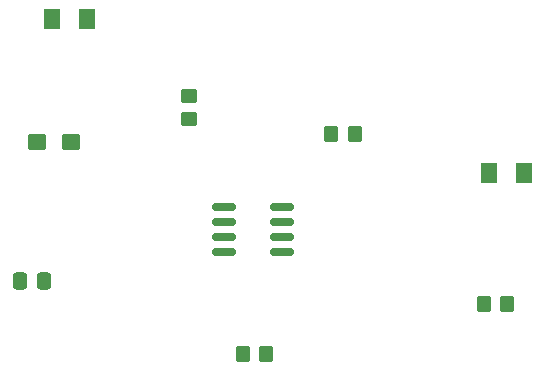
<source format=gbr>
%TF.GenerationSoftware,KiCad,Pcbnew,(6.0.10-0)*%
%TF.CreationDate,2023-02-17T16:15:26-08:00*%
%TF.ProjectId,Lab4 part2,4c616234-2070-4617-9274-322e6b696361,rev?*%
%TF.SameCoordinates,Original*%
%TF.FileFunction,Paste,Top*%
%TF.FilePolarity,Positive*%
%FSLAX46Y46*%
G04 Gerber Fmt 4.6, Leading zero omitted, Abs format (unit mm)*
G04 Created by KiCad (PCBNEW (6.0.10-0)) date 2023-02-17 16:15:26*
%MOMM*%
%LPD*%
G01*
G04 APERTURE LIST*
G04 Aperture macros list*
%AMRoundRect*
0 Rectangle with rounded corners*
0 $1 Rounding radius*
0 $2 $3 $4 $5 $6 $7 $8 $9 X,Y pos of 4 corners*
0 Add a 4 corners polygon primitive as box body*
4,1,4,$2,$3,$4,$5,$6,$7,$8,$9,$2,$3,0*
0 Add four circle primitives for the rounded corners*
1,1,$1+$1,$2,$3*
1,1,$1+$1,$4,$5*
1,1,$1+$1,$6,$7*
1,1,$1+$1,$8,$9*
0 Add four rect primitives between the rounded corners*
20,1,$1+$1,$2,$3,$4,$5,0*
20,1,$1+$1,$4,$5,$6,$7,0*
20,1,$1+$1,$6,$7,$8,$9,0*
20,1,$1+$1,$8,$9,$2,$3,0*%
G04 Aperture macros list end*
%ADD10RoundRect,0.250001X-0.462499X-0.624999X0.462499X-0.624999X0.462499X0.624999X-0.462499X0.624999X0*%
%ADD11RoundRect,0.250000X-0.537500X-0.425000X0.537500X-0.425000X0.537500X0.425000X-0.537500X0.425000X0*%
%ADD12RoundRect,0.250000X0.350000X0.450000X-0.350000X0.450000X-0.350000X-0.450000X0.350000X-0.450000X0*%
%ADD13RoundRect,0.250000X-0.350000X-0.450000X0.350000X-0.450000X0.350000X0.450000X-0.350000X0.450000X0*%
%ADD14RoundRect,0.250000X-0.450000X0.350000X-0.450000X-0.350000X0.450000X-0.350000X0.450000X0.350000X0*%
%ADD15RoundRect,0.250000X-0.337500X-0.475000X0.337500X-0.475000X0.337500X0.475000X-0.337500X0.475000X0*%
%ADD16RoundRect,0.150000X-0.825000X-0.150000X0.825000X-0.150000X0.825000X0.150000X-0.825000X0.150000X0*%
G04 APERTURE END LIST*
D10*
%TO.C,D1*%
X159522500Y-87000000D03*
X162497500Y-87000000D03*
%TD*%
D11*
%TO.C,C1*%
X121222500Y-84380000D03*
X124097500Y-84380000D03*
%TD*%
D12*
%TO.C,R2*%
X161030000Y-98070000D03*
X159030000Y-98070000D03*
%TD*%
D13*
%TO.C,R1*%
X138650000Y-102290000D03*
X140650000Y-102290000D03*
%TD*%
D14*
%TO.C,R4*%
X134100000Y-80430000D03*
X134100000Y-82430000D03*
%TD*%
D15*
%TO.C,C2*%
X119780000Y-96080000D03*
X121855000Y-96080000D03*
%TD*%
D13*
%TO.C,R3*%
X146120000Y-83660000D03*
X148120000Y-83660000D03*
%TD*%
D16*
%TO.C,U1*%
X137045000Y-89875000D03*
X137045000Y-91145000D03*
X137045000Y-92415000D03*
X137045000Y-93685000D03*
X141995000Y-93685000D03*
X141995000Y-92415000D03*
X141995000Y-91145000D03*
X141995000Y-89875000D03*
%TD*%
D10*
%TO.C,D2*%
X122512500Y-73950000D03*
X125487500Y-73950000D03*
%TD*%
M02*

</source>
